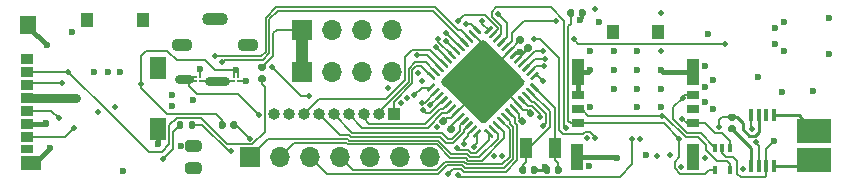
<source format=gbl>
G04 #@! TF.GenerationSoftware,KiCad,Pcbnew,(5.1.9)-1*
G04 #@! TF.CreationDate,2021-02-01T18:23:16+11:00*
G04 #@! TF.ProjectId,BoSLnano,426f534c-6e61-46e6-9f2e-6b696361645f,0.4.2*
G04 #@! TF.SameCoordinates,Original*
G04 #@! TF.FileFunction,Copper,L4,Bot*
G04 #@! TF.FilePolarity,Positive*
%FSLAX46Y46*%
G04 Gerber Fmt 4.6, Leading zero omitted, Abs format (unit mm)*
G04 Created by KiCad (PCBNEW (5.1.9)-1) date 2021-02-01 18:23:16*
%MOMM*%
%LPD*%
G01*
G04 APERTURE LIST*
G04 #@! TA.AperFunction,ComponentPad*
%ADD10O,2.200000X1.100000*%
G04 #@! TD*
G04 #@! TA.AperFunction,ComponentPad*
%ADD11O,1.800000X1.100000*%
G04 #@! TD*
G04 #@! TA.AperFunction,ComponentPad*
%ADD12O,1.000000X1.000000*%
G04 #@! TD*
G04 #@! TA.AperFunction,ComponentPad*
%ADD13R,1.000000X1.000000*%
G04 #@! TD*
G04 #@! TA.AperFunction,ComponentPad*
%ADD14O,1.700000X1.700000*%
G04 #@! TD*
G04 #@! TA.AperFunction,ComponentPad*
%ADD15R,1.700000X1.700000*%
G04 #@! TD*
G04 #@! TA.AperFunction,SMDPad,CuDef*
%ADD16C,0.200000*%
G04 #@! TD*
G04 #@! TA.AperFunction,SMDPad,CuDef*
%ADD17R,1.000000X1.800000*%
G04 #@! TD*
G04 #@! TA.AperFunction,SMDPad,CuDef*
%ADD18R,0.400000X0.650000*%
G04 #@! TD*
G04 #@! TA.AperFunction,SMDPad,CuDef*
%ADD19R,0.400000X1.100000*%
G04 #@! TD*
G04 #@! TA.AperFunction,SMDPad,CuDef*
%ADD20R,1.350000X1.900000*%
G04 #@! TD*
G04 #@! TA.AperFunction,SMDPad,CuDef*
%ADD21R,1.000000X1.200000*%
G04 #@! TD*
G04 #@! TA.AperFunction,SMDPad,CuDef*
%ADD22R,1.350000X1.550000*%
G04 #@! TD*
G04 #@! TA.AperFunction,SMDPad,CuDef*
%ADD23R,1.800000X1.170000*%
G04 #@! TD*
G04 #@! TA.AperFunction,SMDPad,CuDef*
%ADD24R,1.100000X0.750000*%
G04 #@! TD*
G04 #@! TA.AperFunction,SMDPad,CuDef*
%ADD25R,1.100000X0.850000*%
G04 #@! TD*
G04 #@! TA.AperFunction,ConnectorPad*
%ADD26R,1.000000X0.800000*%
G04 #@! TD*
G04 #@! TA.AperFunction,ConnectorPad*
%ADD27R,1.000000X2.300000*%
G04 #@! TD*
G04 #@! TA.AperFunction,ConnectorPad*
%ADD28R,1.100000X1.300000*%
G04 #@! TD*
G04 #@! TA.AperFunction,ComponentPad*
%ADD29R,3.000000X2.000000*%
G04 #@! TD*
G04 #@! TA.AperFunction,ViaPad*
%ADD30C,0.500000*%
G04 #@! TD*
G04 #@! TA.AperFunction,ViaPad*
%ADD31C,0.600000*%
G04 #@! TD*
G04 #@! TA.AperFunction,Conductor*
%ADD32C,0.160000*%
G04 #@! TD*
G04 #@! TA.AperFunction,Conductor*
%ADD33C,0.800000*%
G04 #@! TD*
G04 #@! TA.AperFunction,Conductor*
%ADD34C,1.000000*%
G04 #@! TD*
G04 #@! TA.AperFunction,Conductor*
%ADD35C,0.400000*%
G04 #@! TD*
G04 #@! TA.AperFunction,Conductor*
%ADD36C,0.220000*%
G04 #@! TD*
G04 #@! TA.AperFunction,Conductor*
%ADD37C,0.250000*%
G04 #@! TD*
G04 APERTURE END LIST*
D10*
X117200000Y-101325000D03*
D11*
X114400000Y-103475000D03*
X120000000Y-103475000D03*
D12*
X122200000Y-109390000D03*
X123470000Y-109390000D03*
X124740000Y-109390000D03*
X126010000Y-109390000D03*
X127280000Y-109390000D03*
X128550000Y-109390000D03*
X129820000Y-109390000D03*
X131090000Y-109390000D03*
D13*
X132360000Y-109390000D03*
D14*
X135445500Y-113030000D03*
X132905500Y-113030000D03*
X130365500Y-113030000D03*
X127825500Y-113030000D03*
X125285500Y-113030000D03*
X122745500Y-113030000D03*
D15*
X120205500Y-113030000D03*
D14*
X132220000Y-105800000D03*
X129680000Y-105800000D03*
X127140000Y-105800000D03*
D15*
X124600000Y-105800000D03*
X124600000Y-102200000D03*
D14*
X127140000Y-102200000D03*
X129680000Y-102200000D03*
X132220000Y-102200000D03*
G04 #@! TA.AperFunction,SMDPad,CuDef*
G36*
G01*
X114540000Y-110095000D02*
X114540000Y-110465000D01*
G75*
G02*
X114405000Y-110600000I-135000J0D01*
G01*
X114135000Y-110600000D01*
G75*
G02*
X114000000Y-110465000I0J135000D01*
G01*
X114000000Y-110095000D01*
G75*
G02*
X114135000Y-109960000I135000J0D01*
G01*
X114405000Y-109960000D01*
G75*
G02*
X114540000Y-110095000I0J-135000D01*
G01*
G37*
G04 #@! TD.AperFunction*
G04 #@! TA.AperFunction,SMDPad,CuDef*
G36*
G01*
X115560000Y-110095000D02*
X115560000Y-110465000D01*
G75*
G02*
X115425000Y-110600000I-135000J0D01*
G01*
X115155000Y-110600000D01*
G75*
G02*
X115020000Y-110465000I0J135000D01*
G01*
X115020000Y-110095000D01*
G75*
G02*
X115155000Y-109960000I135000J0D01*
G01*
X115425000Y-109960000D01*
G75*
G02*
X115560000Y-110095000I0J-135000D01*
G01*
G37*
G04 #@! TD.AperFunction*
D16*
X115625000Y-106575000D03*
X115975000Y-106575000D03*
X115625000Y-106225000D03*
X115975000Y-106225000D03*
X118825000Y-106225000D03*
X118825000Y-106575000D03*
X119175000Y-106225000D03*
X119175000Y-106575000D03*
D17*
X143550000Y-112200000D03*
X146050000Y-112200000D03*
D18*
X159550000Y-114100000D03*
X160850000Y-114100000D03*
X160200000Y-112200000D03*
X160850000Y-112200000D03*
X159550000Y-112200000D03*
D19*
X164575000Y-109450000D03*
X163925000Y-109450000D03*
X163275000Y-109450000D03*
X162625000Y-109450000D03*
X162625000Y-113750000D03*
X163275000Y-113750000D03*
X163925000Y-113750000D03*
X164575000Y-113750000D03*
G04 #@! TA.AperFunction,SMDPad,CuDef*
G36*
G01*
X144642640Y-105961864D02*
X144112310Y-106492194D01*
G75*
G02*
X144023922Y-106492194I-44194J44194D01*
G01*
X143935534Y-106403806D01*
G75*
G02*
X143935534Y-106315418I44194J44194D01*
G01*
X144465864Y-105785088D01*
G75*
G02*
X144554252Y-105785088I44194J-44194D01*
G01*
X144642640Y-105873476D01*
G75*
G02*
X144642640Y-105961864I-44194J-44194D01*
G01*
G37*
G04 #@! TD.AperFunction*
G04 #@! TA.AperFunction,SMDPad,CuDef*
G36*
G01*
X144289087Y-105608311D02*
X143758757Y-106138641D01*
G75*
G02*
X143670369Y-106138641I-44194J44194D01*
G01*
X143581981Y-106050253D01*
G75*
G02*
X143581981Y-105961865I44194J44194D01*
G01*
X144112311Y-105431535D01*
G75*
G02*
X144200699Y-105431535I44194J-44194D01*
G01*
X144289087Y-105519923D01*
G75*
G02*
X144289087Y-105608311I-44194J-44194D01*
G01*
G37*
G04 #@! TD.AperFunction*
G04 #@! TA.AperFunction,SMDPad,CuDef*
G36*
G01*
X143935533Y-105254757D02*
X143405203Y-105785087D01*
G75*
G02*
X143316815Y-105785087I-44194J44194D01*
G01*
X143228427Y-105696699D01*
G75*
G02*
X143228427Y-105608311I44194J44194D01*
G01*
X143758757Y-105077981D01*
G75*
G02*
X143847145Y-105077981I44194J-44194D01*
G01*
X143935533Y-105166369D01*
G75*
G02*
X143935533Y-105254757I-44194J-44194D01*
G01*
G37*
G04 #@! TD.AperFunction*
G04 #@! TA.AperFunction,SMDPad,CuDef*
G36*
G01*
X143581980Y-104901204D02*
X143051650Y-105431534D01*
G75*
G02*
X142963262Y-105431534I-44194J44194D01*
G01*
X142874874Y-105343146D01*
G75*
G02*
X142874874Y-105254758I44194J44194D01*
G01*
X143405204Y-104724428D01*
G75*
G02*
X143493592Y-104724428I44194J-44194D01*
G01*
X143581980Y-104812816D01*
G75*
G02*
X143581980Y-104901204I-44194J-44194D01*
G01*
G37*
G04 #@! TD.AperFunction*
G04 #@! TA.AperFunction,SMDPad,CuDef*
G36*
G01*
X143228427Y-104547651D02*
X142698097Y-105077981D01*
G75*
G02*
X142609709Y-105077981I-44194J44194D01*
G01*
X142521321Y-104989593D01*
G75*
G02*
X142521321Y-104901205I44194J44194D01*
G01*
X143051651Y-104370875D01*
G75*
G02*
X143140039Y-104370875I44194J-44194D01*
G01*
X143228427Y-104459263D01*
G75*
G02*
X143228427Y-104547651I-44194J-44194D01*
G01*
G37*
G04 #@! TD.AperFunction*
G04 #@! TA.AperFunction,SMDPad,CuDef*
G36*
G01*
X142874873Y-104194097D02*
X142344543Y-104724427D01*
G75*
G02*
X142256155Y-104724427I-44194J44194D01*
G01*
X142167767Y-104636039D01*
G75*
G02*
X142167767Y-104547651I44194J44194D01*
G01*
X142698097Y-104017321D01*
G75*
G02*
X142786485Y-104017321I44194J-44194D01*
G01*
X142874873Y-104105709D01*
G75*
G02*
X142874873Y-104194097I-44194J-44194D01*
G01*
G37*
G04 #@! TD.AperFunction*
G04 #@! TA.AperFunction,SMDPad,CuDef*
G36*
G01*
X142521320Y-103840544D02*
X141990990Y-104370874D01*
G75*
G02*
X141902602Y-104370874I-44194J44194D01*
G01*
X141814214Y-104282486D01*
G75*
G02*
X141814214Y-104194098I44194J44194D01*
G01*
X142344544Y-103663768D01*
G75*
G02*
X142432932Y-103663768I44194J-44194D01*
G01*
X142521320Y-103752156D01*
G75*
G02*
X142521320Y-103840544I-44194J-44194D01*
G01*
G37*
G04 #@! TD.AperFunction*
G04 #@! TA.AperFunction,SMDPad,CuDef*
G36*
G01*
X142167766Y-103486990D02*
X141637436Y-104017320D01*
G75*
G02*
X141549048Y-104017320I-44194J44194D01*
G01*
X141460660Y-103928932D01*
G75*
G02*
X141460660Y-103840544I44194J44194D01*
G01*
X141990990Y-103310214D01*
G75*
G02*
X142079378Y-103310214I44194J-44194D01*
G01*
X142167766Y-103398602D01*
G75*
G02*
X142167766Y-103486990I-44194J-44194D01*
G01*
G37*
G04 #@! TD.AperFunction*
G04 #@! TA.AperFunction,SMDPad,CuDef*
G36*
G01*
X141814213Y-103133437D02*
X141283883Y-103663767D01*
G75*
G02*
X141195495Y-103663767I-44194J44194D01*
G01*
X141107107Y-103575379D01*
G75*
G02*
X141107107Y-103486991I44194J44194D01*
G01*
X141637437Y-102956661D01*
G75*
G02*
X141725825Y-102956661I44194J-44194D01*
G01*
X141814213Y-103045049D01*
G75*
G02*
X141814213Y-103133437I-44194J-44194D01*
G01*
G37*
G04 #@! TD.AperFunction*
G04 #@! TA.AperFunction,SMDPad,CuDef*
G36*
G01*
X141460660Y-102779884D02*
X140930330Y-103310214D01*
G75*
G02*
X140841942Y-103310214I-44194J44194D01*
G01*
X140753554Y-103221826D01*
G75*
G02*
X140753554Y-103133438I44194J44194D01*
G01*
X141283884Y-102603108D01*
G75*
G02*
X141372272Y-102603108I44194J-44194D01*
G01*
X141460660Y-102691496D01*
G75*
G02*
X141460660Y-102779884I-44194J-44194D01*
G01*
G37*
G04 #@! TD.AperFunction*
G04 #@! TA.AperFunction,SMDPad,CuDef*
G36*
G01*
X141107106Y-102426330D02*
X140576776Y-102956660D01*
G75*
G02*
X140488388Y-102956660I-44194J44194D01*
G01*
X140400000Y-102868272D01*
G75*
G02*
X140400000Y-102779884I44194J44194D01*
G01*
X140930330Y-102249554D01*
G75*
G02*
X141018718Y-102249554I44194J-44194D01*
G01*
X141107106Y-102337942D01*
G75*
G02*
X141107106Y-102426330I-44194J-44194D01*
G01*
G37*
G04 #@! TD.AperFunction*
G04 #@! TA.AperFunction,SMDPad,CuDef*
G36*
G01*
X140753553Y-102072777D02*
X140223223Y-102603107D01*
G75*
G02*
X140134835Y-102603107I-44194J44194D01*
G01*
X140046447Y-102514719D01*
G75*
G02*
X140046447Y-102426331I44194J44194D01*
G01*
X140576777Y-101896001D01*
G75*
G02*
X140665165Y-101896001I44194J-44194D01*
G01*
X140753553Y-101984389D01*
G75*
G02*
X140753553Y-102072777I-44194J-44194D01*
G01*
G37*
G04 #@! TD.AperFunction*
G04 #@! TA.AperFunction,SMDPad,CuDef*
G36*
G01*
X139781281Y-102514719D02*
X139692893Y-102603107D01*
G75*
G02*
X139604505Y-102603107I-44194J44194D01*
G01*
X139074175Y-102072777D01*
G75*
G02*
X139074175Y-101984389I44194J44194D01*
G01*
X139162563Y-101896001D01*
G75*
G02*
X139250951Y-101896001I44194J-44194D01*
G01*
X139781281Y-102426331D01*
G75*
G02*
X139781281Y-102514719I-44194J-44194D01*
G01*
G37*
G04 #@! TD.AperFunction*
G04 #@! TA.AperFunction,SMDPad,CuDef*
G36*
G01*
X139427728Y-102868272D02*
X139339340Y-102956660D01*
G75*
G02*
X139250952Y-102956660I-44194J44194D01*
G01*
X138720622Y-102426330D01*
G75*
G02*
X138720622Y-102337942I44194J44194D01*
G01*
X138809010Y-102249554D01*
G75*
G02*
X138897398Y-102249554I44194J-44194D01*
G01*
X139427728Y-102779884D01*
G75*
G02*
X139427728Y-102868272I-44194J-44194D01*
G01*
G37*
G04 #@! TD.AperFunction*
G04 #@! TA.AperFunction,SMDPad,CuDef*
G36*
G01*
X139074174Y-103221826D02*
X138985786Y-103310214D01*
G75*
G02*
X138897398Y-103310214I-44194J44194D01*
G01*
X138367068Y-102779884D01*
G75*
G02*
X138367068Y-102691496I44194J44194D01*
G01*
X138455456Y-102603108D01*
G75*
G02*
X138543844Y-102603108I44194J-44194D01*
G01*
X139074174Y-103133438D01*
G75*
G02*
X139074174Y-103221826I-44194J-44194D01*
G01*
G37*
G04 #@! TD.AperFunction*
G04 #@! TA.AperFunction,SMDPad,CuDef*
G36*
G01*
X138720621Y-103575379D02*
X138632233Y-103663767D01*
G75*
G02*
X138543845Y-103663767I-44194J44194D01*
G01*
X138013515Y-103133437D01*
G75*
G02*
X138013515Y-103045049I44194J44194D01*
G01*
X138101903Y-102956661D01*
G75*
G02*
X138190291Y-102956661I44194J-44194D01*
G01*
X138720621Y-103486991D01*
G75*
G02*
X138720621Y-103575379I-44194J-44194D01*
G01*
G37*
G04 #@! TD.AperFunction*
G04 #@! TA.AperFunction,SMDPad,CuDef*
G36*
G01*
X138367068Y-103928932D02*
X138278680Y-104017320D01*
G75*
G02*
X138190292Y-104017320I-44194J44194D01*
G01*
X137659962Y-103486990D01*
G75*
G02*
X137659962Y-103398602I44194J44194D01*
G01*
X137748350Y-103310214D01*
G75*
G02*
X137836738Y-103310214I44194J-44194D01*
G01*
X138367068Y-103840544D01*
G75*
G02*
X138367068Y-103928932I-44194J-44194D01*
G01*
G37*
G04 #@! TD.AperFunction*
G04 #@! TA.AperFunction,SMDPad,CuDef*
G36*
G01*
X138013514Y-104282486D02*
X137925126Y-104370874D01*
G75*
G02*
X137836738Y-104370874I-44194J44194D01*
G01*
X137306408Y-103840544D01*
G75*
G02*
X137306408Y-103752156I44194J44194D01*
G01*
X137394796Y-103663768D01*
G75*
G02*
X137483184Y-103663768I44194J-44194D01*
G01*
X138013514Y-104194098D01*
G75*
G02*
X138013514Y-104282486I-44194J-44194D01*
G01*
G37*
G04 #@! TD.AperFunction*
G04 #@! TA.AperFunction,SMDPad,CuDef*
G36*
G01*
X137659961Y-104636039D02*
X137571573Y-104724427D01*
G75*
G02*
X137483185Y-104724427I-44194J44194D01*
G01*
X136952855Y-104194097D01*
G75*
G02*
X136952855Y-104105709I44194J44194D01*
G01*
X137041243Y-104017321D01*
G75*
G02*
X137129631Y-104017321I44194J-44194D01*
G01*
X137659961Y-104547651D01*
G75*
G02*
X137659961Y-104636039I-44194J-44194D01*
G01*
G37*
G04 #@! TD.AperFunction*
G04 #@! TA.AperFunction,SMDPad,CuDef*
G36*
G01*
X137306407Y-104989593D02*
X137218019Y-105077981D01*
G75*
G02*
X137129631Y-105077981I-44194J44194D01*
G01*
X136599301Y-104547651D01*
G75*
G02*
X136599301Y-104459263I44194J44194D01*
G01*
X136687689Y-104370875D01*
G75*
G02*
X136776077Y-104370875I44194J-44194D01*
G01*
X137306407Y-104901205D01*
G75*
G02*
X137306407Y-104989593I-44194J-44194D01*
G01*
G37*
G04 #@! TD.AperFunction*
G04 #@! TA.AperFunction,SMDPad,CuDef*
G36*
G01*
X136952854Y-105343146D02*
X136864466Y-105431534D01*
G75*
G02*
X136776078Y-105431534I-44194J44194D01*
G01*
X136245748Y-104901204D01*
G75*
G02*
X136245748Y-104812816I44194J44194D01*
G01*
X136334136Y-104724428D01*
G75*
G02*
X136422524Y-104724428I44194J-44194D01*
G01*
X136952854Y-105254758D01*
G75*
G02*
X136952854Y-105343146I-44194J-44194D01*
G01*
G37*
G04 #@! TD.AperFunction*
G04 #@! TA.AperFunction,SMDPad,CuDef*
G36*
G01*
X136599301Y-105696699D02*
X136510913Y-105785087D01*
G75*
G02*
X136422525Y-105785087I-44194J44194D01*
G01*
X135892195Y-105254757D01*
G75*
G02*
X135892195Y-105166369I44194J44194D01*
G01*
X135980583Y-105077981D01*
G75*
G02*
X136068971Y-105077981I44194J-44194D01*
G01*
X136599301Y-105608311D01*
G75*
G02*
X136599301Y-105696699I-44194J-44194D01*
G01*
G37*
G04 #@! TD.AperFunction*
G04 #@! TA.AperFunction,SMDPad,CuDef*
G36*
G01*
X136245747Y-106050253D02*
X136157359Y-106138641D01*
G75*
G02*
X136068971Y-106138641I-44194J44194D01*
G01*
X135538641Y-105608311D01*
G75*
G02*
X135538641Y-105519923I44194J44194D01*
G01*
X135627029Y-105431535D01*
G75*
G02*
X135715417Y-105431535I44194J-44194D01*
G01*
X136245747Y-105961865D01*
G75*
G02*
X136245747Y-106050253I-44194J-44194D01*
G01*
G37*
G04 #@! TD.AperFunction*
G04 #@! TA.AperFunction,SMDPad,CuDef*
G36*
G01*
X135892194Y-106403806D02*
X135803806Y-106492194D01*
G75*
G02*
X135715418Y-106492194I-44194J44194D01*
G01*
X135185088Y-105961864D01*
G75*
G02*
X135185088Y-105873476I44194J44194D01*
G01*
X135273476Y-105785088D01*
G75*
G02*
X135361864Y-105785088I44194J-44194D01*
G01*
X135892194Y-106315418D01*
G75*
G02*
X135892194Y-106403806I-44194J-44194D01*
G01*
G37*
G04 #@! TD.AperFunction*
G04 #@! TA.AperFunction,SMDPad,CuDef*
G36*
G01*
X135892194Y-106934136D02*
X135361864Y-107464466D01*
G75*
G02*
X135273476Y-107464466I-44194J44194D01*
G01*
X135185088Y-107376078D01*
G75*
G02*
X135185088Y-107287690I44194J44194D01*
G01*
X135715418Y-106757360D01*
G75*
G02*
X135803806Y-106757360I44194J-44194D01*
G01*
X135892194Y-106845748D01*
G75*
G02*
X135892194Y-106934136I-44194J-44194D01*
G01*
G37*
G04 #@! TD.AperFunction*
G04 #@! TA.AperFunction,SMDPad,CuDef*
G36*
G01*
X136245747Y-107287689D02*
X135715417Y-107818019D01*
G75*
G02*
X135627029Y-107818019I-44194J44194D01*
G01*
X135538641Y-107729631D01*
G75*
G02*
X135538641Y-107641243I44194J44194D01*
G01*
X136068971Y-107110913D01*
G75*
G02*
X136157359Y-107110913I44194J-44194D01*
G01*
X136245747Y-107199301D01*
G75*
G02*
X136245747Y-107287689I-44194J-44194D01*
G01*
G37*
G04 #@! TD.AperFunction*
G04 #@! TA.AperFunction,SMDPad,CuDef*
G36*
G01*
X136599301Y-107641243D02*
X136068971Y-108171573D01*
G75*
G02*
X135980583Y-108171573I-44194J44194D01*
G01*
X135892195Y-108083185D01*
G75*
G02*
X135892195Y-107994797I44194J44194D01*
G01*
X136422525Y-107464467D01*
G75*
G02*
X136510913Y-107464467I44194J-44194D01*
G01*
X136599301Y-107552855D01*
G75*
G02*
X136599301Y-107641243I-44194J-44194D01*
G01*
G37*
G04 #@! TD.AperFunction*
G04 #@! TA.AperFunction,SMDPad,CuDef*
G36*
G01*
X136952854Y-107994796D02*
X136422524Y-108525126D01*
G75*
G02*
X136334136Y-108525126I-44194J44194D01*
G01*
X136245748Y-108436738D01*
G75*
G02*
X136245748Y-108348350I44194J44194D01*
G01*
X136776078Y-107818020D01*
G75*
G02*
X136864466Y-107818020I44194J-44194D01*
G01*
X136952854Y-107906408D01*
G75*
G02*
X136952854Y-107994796I-44194J-44194D01*
G01*
G37*
G04 #@! TD.AperFunction*
G04 #@! TA.AperFunction,SMDPad,CuDef*
G36*
G01*
X137306407Y-108348349D02*
X136776077Y-108878679D01*
G75*
G02*
X136687689Y-108878679I-44194J44194D01*
G01*
X136599301Y-108790291D01*
G75*
G02*
X136599301Y-108701903I44194J44194D01*
G01*
X137129631Y-108171573D01*
G75*
G02*
X137218019Y-108171573I44194J-44194D01*
G01*
X137306407Y-108259961D01*
G75*
G02*
X137306407Y-108348349I-44194J-44194D01*
G01*
G37*
G04 #@! TD.AperFunction*
G04 #@! TA.AperFunction,SMDPad,CuDef*
G36*
G01*
X137659961Y-108701903D02*
X137129631Y-109232233D01*
G75*
G02*
X137041243Y-109232233I-44194J44194D01*
G01*
X136952855Y-109143845D01*
G75*
G02*
X136952855Y-109055457I44194J44194D01*
G01*
X137483185Y-108525127D01*
G75*
G02*
X137571573Y-108525127I44194J-44194D01*
G01*
X137659961Y-108613515D01*
G75*
G02*
X137659961Y-108701903I-44194J-44194D01*
G01*
G37*
G04 #@! TD.AperFunction*
G04 #@! TA.AperFunction,SMDPad,CuDef*
G36*
G01*
X138013514Y-109055456D02*
X137483184Y-109585786D01*
G75*
G02*
X137394796Y-109585786I-44194J44194D01*
G01*
X137306408Y-109497398D01*
G75*
G02*
X137306408Y-109409010I44194J44194D01*
G01*
X137836738Y-108878680D01*
G75*
G02*
X137925126Y-108878680I44194J-44194D01*
G01*
X138013514Y-108967068D01*
G75*
G02*
X138013514Y-109055456I-44194J-44194D01*
G01*
G37*
G04 #@! TD.AperFunction*
G04 #@! TA.AperFunction,SMDPad,CuDef*
G36*
G01*
X138367068Y-109409010D02*
X137836738Y-109939340D01*
G75*
G02*
X137748350Y-109939340I-44194J44194D01*
G01*
X137659962Y-109850952D01*
G75*
G02*
X137659962Y-109762564I44194J44194D01*
G01*
X138190292Y-109232234D01*
G75*
G02*
X138278680Y-109232234I44194J-44194D01*
G01*
X138367068Y-109320622D01*
G75*
G02*
X138367068Y-109409010I-44194J-44194D01*
G01*
G37*
G04 #@! TD.AperFunction*
G04 #@! TA.AperFunction,SMDPad,CuDef*
G36*
G01*
X138720621Y-109762563D02*
X138190291Y-110292893D01*
G75*
G02*
X138101903Y-110292893I-44194J44194D01*
G01*
X138013515Y-110204505D01*
G75*
G02*
X138013515Y-110116117I44194J44194D01*
G01*
X138543845Y-109585787D01*
G75*
G02*
X138632233Y-109585787I44194J-44194D01*
G01*
X138720621Y-109674175D01*
G75*
G02*
X138720621Y-109762563I-44194J-44194D01*
G01*
G37*
G04 #@! TD.AperFunction*
G04 #@! TA.AperFunction,SMDPad,CuDef*
G36*
G01*
X139074174Y-110116116D02*
X138543844Y-110646446D01*
G75*
G02*
X138455456Y-110646446I-44194J44194D01*
G01*
X138367068Y-110558058D01*
G75*
G02*
X138367068Y-110469670I44194J44194D01*
G01*
X138897398Y-109939340D01*
G75*
G02*
X138985786Y-109939340I44194J-44194D01*
G01*
X139074174Y-110027728D01*
G75*
G02*
X139074174Y-110116116I-44194J-44194D01*
G01*
G37*
G04 #@! TD.AperFunction*
G04 #@! TA.AperFunction,SMDPad,CuDef*
G36*
G01*
X139427728Y-110469670D02*
X138897398Y-111000000D01*
G75*
G02*
X138809010Y-111000000I-44194J44194D01*
G01*
X138720622Y-110911612D01*
G75*
G02*
X138720622Y-110823224I44194J44194D01*
G01*
X139250952Y-110292894D01*
G75*
G02*
X139339340Y-110292894I44194J-44194D01*
G01*
X139427728Y-110381282D01*
G75*
G02*
X139427728Y-110469670I-44194J-44194D01*
G01*
G37*
G04 #@! TD.AperFunction*
G04 #@! TA.AperFunction,SMDPad,CuDef*
G36*
G01*
X139781281Y-110823223D02*
X139250951Y-111353553D01*
G75*
G02*
X139162563Y-111353553I-44194J44194D01*
G01*
X139074175Y-111265165D01*
G75*
G02*
X139074175Y-111176777I44194J44194D01*
G01*
X139604505Y-110646447D01*
G75*
G02*
X139692893Y-110646447I44194J-44194D01*
G01*
X139781281Y-110734835D01*
G75*
G02*
X139781281Y-110823223I-44194J-44194D01*
G01*
G37*
G04 #@! TD.AperFunction*
G04 #@! TA.AperFunction,SMDPad,CuDef*
G36*
G01*
X140753553Y-111265165D02*
X140665165Y-111353553D01*
G75*
G02*
X140576777Y-111353553I-44194J44194D01*
G01*
X140046447Y-110823223D01*
G75*
G02*
X140046447Y-110734835I44194J44194D01*
G01*
X140134835Y-110646447D01*
G75*
G02*
X140223223Y-110646447I44194J-44194D01*
G01*
X140753553Y-111176777D01*
G75*
G02*
X140753553Y-111265165I-44194J-44194D01*
G01*
G37*
G04 #@! TD.AperFunction*
G04 #@! TA.AperFunction,SMDPad,CuDef*
G36*
G01*
X141107106Y-110911612D02*
X141018718Y-111000000D01*
G75*
G02*
X140930330Y-111000000I-44194J44194D01*
G01*
X140400000Y-110469670D01*
G75*
G02*
X140400000Y-110381282I44194J44194D01*
G01*
X140488388Y-110292894D01*
G75*
G02*
X140576776Y-110292894I44194J-44194D01*
G01*
X141107106Y-110823224D01*
G75*
G02*
X141107106Y-110911612I-44194J-44194D01*
G01*
G37*
G04 #@! TD.AperFunction*
G04 #@! TA.AperFunction,SMDPad,CuDef*
G36*
G01*
X141460660Y-110558058D02*
X141372272Y-110646446D01*
G75*
G02*
X141283884Y-110646446I-44194J44194D01*
G01*
X140753554Y-110116116D01*
G75*
G02*
X140753554Y-110027728I44194J44194D01*
G01*
X140841942Y-109939340D01*
G75*
G02*
X140930330Y-109939340I44194J-44194D01*
G01*
X141460660Y-110469670D01*
G75*
G02*
X141460660Y-110558058I-44194J-44194D01*
G01*
G37*
G04 #@! TD.AperFunction*
G04 #@! TA.AperFunction,SMDPad,CuDef*
G36*
G01*
X141814213Y-110204505D02*
X141725825Y-110292893D01*
G75*
G02*
X141637437Y-110292893I-44194J44194D01*
G01*
X141107107Y-109762563D01*
G75*
G02*
X141107107Y-109674175I44194J44194D01*
G01*
X141195495Y-109585787D01*
G75*
G02*
X141283883Y-109585787I44194J-44194D01*
G01*
X141814213Y-110116117D01*
G75*
G02*
X141814213Y-110204505I-44194J-44194D01*
G01*
G37*
G04 #@! TD.AperFunction*
G04 #@! TA.AperFunction,SMDPad,CuDef*
G36*
G01*
X142167766Y-109850952D02*
X142079378Y-109939340D01*
G75*
G02*
X141990990Y-109939340I-44194J44194D01*
G01*
X141460660Y-109409010D01*
G75*
G02*
X141460660Y-109320622I44194J44194D01*
G01*
X141549048Y-109232234D01*
G75*
G02*
X141637436Y-109232234I44194J-44194D01*
G01*
X142167766Y-109762564D01*
G75*
G02*
X142167766Y-109850952I-44194J-44194D01*
G01*
G37*
G04 #@! TD.AperFunction*
G04 #@! TA.AperFunction,SMDPad,CuDef*
G36*
G01*
X142521320Y-109497398D02*
X142432932Y-109585786D01*
G75*
G02*
X142344544Y-109585786I-44194J44194D01*
G01*
X141814214Y-109055456D01*
G75*
G02*
X141814214Y-108967068I44194J44194D01*
G01*
X141902602Y-108878680D01*
G75*
G02*
X141990990Y-108878680I44194J-44194D01*
G01*
X142521320Y-109409010D01*
G75*
G02*
X142521320Y-109497398I-44194J-44194D01*
G01*
G37*
G04 #@! TD.AperFunction*
G04 #@! TA.AperFunction,SMDPad,CuDef*
G36*
G01*
X142874873Y-109143845D02*
X142786485Y-109232233D01*
G75*
G02*
X142698097Y-109232233I-44194J44194D01*
G01*
X142167767Y-108701903D01*
G75*
G02*
X142167767Y-108613515I44194J44194D01*
G01*
X142256155Y-108525127D01*
G75*
G02*
X142344543Y-108525127I44194J-44194D01*
G01*
X142874873Y-109055457D01*
G75*
G02*
X142874873Y-109143845I-44194J-44194D01*
G01*
G37*
G04 #@! TD.AperFunction*
G04 #@! TA.AperFunction,SMDPad,CuDef*
G36*
G01*
X143228427Y-108790291D02*
X143140039Y-108878679D01*
G75*
G02*
X143051651Y-108878679I-44194J44194D01*
G01*
X142521321Y-108348349D01*
G75*
G02*
X142521321Y-108259961I44194J44194D01*
G01*
X142609709Y-108171573D01*
G75*
G02*
X142698097Y-108171573I44194J-44194D01*
G01*
X143228427Y-108701903D01*
G75*
G02*
X143228427Y-108790291I-44194J-44194D01*
G01*
G37*
G04 #@! TD.AperFunction*
G04 #@! TA.AperFunction,SMDPad,CuDef*
G36*
G01*
X143581980Y-108436738D02*
X143493592Y-108525126D01*
G75*
G02*
X143405204Y-108525126I-44194J44194D01*
G01*
X142874874Y-107994796D01*
G75*
G02*
X142874874Y-107906408I44194J44194D01*
G01*
X142963262Y-107818020D01*
G75*
G02*
X143051650Y-107818020I44194J-44194D01*
G01*
X143581980Y-108348350D01*
G75*
G02*
X143581980Y-108436738I-44194J-44194D01*
G01*
G37*
G04 #@! TD.AperFunction*
G04 #@! TA.AperFunction,SMDPad,CuDef*
G36*
G01*
X143935533Y-108083185D02*
X143847145Y-108171573D01*
G75*
G02*
X143758757Y-108171573I-44194J44194D01*
G01*
X143228427Y-107641243D01*
G75*
G02*
X143228427Y-107552855I44194J44194D01*
G01*
X143316815Y-107464467D01*
G75*
G02*
X143405203Y-107464467I44194J-44194D01*
G01*
X143935533Y-107994797D01*
G75*
G02*
X143935533Y-108083185I-44194J-44194D01*
G01*
G37*
G04 #@! TD.AperFunction*
G04 #@! TA.AperFunction,SMDPad,CuDef*
G36*
G01*
X144289087Y-107729631D02*
X144200699Y-107818019D01*
G75*
G02*
X144112311Y-107818019I-44194J44194D01*
G01*
X143581981Y-107287689D01*
G75*
G02*
X143581981Y-107199301I44194J44194D01*
G01*
X143670369Y-107110913D01*
G75*
G02*
X143758757Y-107110913I44194J-44194D01*
G01*
X144289087Y-107641243D01*
G75*
G02*
X144289087Y-107729631I-44194J-44194D01*
G01*
G37*
G04 #@! TD.AperFunction*
G04 #@! TA.AperFunction,SMDPad,CuDef*
G36*
G01*
X144642640Y-107376078D02*
X144554252Y-107464466D01*
G75*
G02*
X144465864Y-107464466I-44194J44194D01*
G01*
X143935534Y-106934136D01*
G75*
G02*
X143935534Y-106845748I44194J44194D01*
G01*
X144023922Y-106757360D01*
G75*
G02*
X144112310Y-106757360I44194J-44194D01*
G01*
X144642640Y-107287690D01*
G75*
G02*
X144642640Y-107376078I-44194J-44194D01*
G01*
G37*
G04 #@! TD.AperFunction*
G04 #@! TA.AperFunction,SMDPad,CuDef*
G36*
G01*
X143377025Y-106803215D02*
X140092302Y-110087938D01*
G75*
G02*
X139735426Y-110087938I-178438J178438D01*
G01*
X136450703Y-106803215D01*
G75*
G02*
X136450703Y-106446339I178438J178438D01*
G01*
X139735426Y-103161616D01*
G75*
G02*
X140092302Y-103161616I178438J-178438D01*
G01*
X143377025Y-106446339D01*
G75*
G02*
X143377025Y-106803215I-178438J-178438D01*
G01*
G37*
G04 #@! TD.AperFunction*
G04 #@! TA.AperFunction,SMDPad,CuDef*
G36*
G01*
X118525000Y-110462500D02*
X118525000Y-110117500D01*
G75*
G02*
X118672500Y-109970000I147500J0D01*
G01*
X118967500Y-109970000D01*
G75*
G02*
X119115000Y-110117500I0J-147500D01*
G01*
X119115000Y-110462500D01*
G75*
G02*
X118967500Y-110610000I-147500J0D01*
G01*
X118672500Y-110610000D01*
G75*
G02*
X118525000Y-110462500I0J147500D01*
G01*
G37*
G04 #@! TD.AperFunction*
G04 #@! TA.AperFunction,SMDPad,CuDef*
G36*
G01*
X117555000Y-110462500D02*
X117555000Y-110117500D01*
G75*
G02*
X117702500Y-109970000I147500J0D01*
G01*
X117997500Y-109970000D01*
G75*
G02*
X118145000Y-110117500I0J-147500D01*
G01*
X118145000Y-110462500D01*
G75*
G02*
X117997500Y-110610000I-147500J0D01*
G01*
X117702500Y-110610000D01*
G75*
G02*
X117555000Y-110462500I0J147500D01*
G01*
G37*
G04 #@! TD.AperFunction*
G04 #@! TA.AperFunction,SMDPad,CuDef*
G36*
G01*
X160827500Y-110305000D02*
X161172500Y-110305000D01*
G75*
G02*
X161320000Y-110452500I0J-147500D01*
G01*
X161320000Y-110747500D01*
G75*
G02*
X161172500Y-110895000I-147500J0D01*
G01*
X160827500Y-110895000D01*
G75*
G02*
X160680000Y-110747500I0J147500D01*
G01*
X160680000Y-110452500D01*
G75*
G02*
X160827500Y-110305000I147500J0D01*
G01*
G37*
G04 #@! TD.AperFunction*
G04 #@! TA.AperFunction,SMDPad,CuDef*
G36*
G01*
X160827500Y-109335000D02*
X161172500Y-109335000D01*
G75*
G02*
X161320000Y-109482500I0J-147500D01*
G01*
X161320000Y-109777500D01*
G75*
G02*
X161172500Y-109925000I-147500J0D01*
G01*
X160827500Y-109925000D01*
G75*
G02*
X160680000Y-109777500I0J147500D01*
G01*
X160680000Y-109482500D01*
G75*
G02*
X160827500Y-109335000I147500J0D01*
G01*
G37*
G04 #@! TD.AperFunction*
G04 #@! TA.AperFunction,SMDPad,CuDef*
G36*
G01*
X121027500Y-106075000D02*
X121372500Y-106075000D01*
G75*
G02*
X121520000Y-106222500I0J-147500D01*
G01*
X121520000Y-106517500D01*
G75*
G02*
X121372500Y-106665000I-147500J0D01*
G01*
X121027500Y-106665000D01*
G75*
G02*
X120880000Y-106517500I0J147500D01*
G01*
X120880000Y-106222500D01*
G75*
G02*
X121027500Y-106075000I147500J0D01*
G01*
G37*
G04 #@! TD.AperFunction*
G04 #@! TA.AperFunction,SMDPad,CuDef*
G36*
G01*
X121027500Y-105105000D02*
X121372500Y-105105000D01*
G75*
G02*
X121520000Y-105252500I0J-147500D01*
G01*
X121520000Y-105547500D01*
G75*
G02*
X121372500Y-105695000I-147500J0D01*
G01*
X121027500Y-105695000D01*
G75*
G02*
X120880000Y-105547500I0J147500D01*
G01*
X120880000Y-105252500D01*
G75*
G02*
X121027500Y-105105000I147500J0D01*
G01*
G37*
G04 #@! TD.AperFunction*
D20*
X112400000Y-110580000D03*
X112400000Y-105460000D03*
D21*
X111100000Y-101400000D03*
X106400000Y-101400000D03*
D22*
X101425000Y-101785000D03*
D23*
X101650000Y-113525000D03*
D24*
X101300000Y-112325000D03*
D25*
X101300000Y-111275000D03*
X101300000Y-110175000D03*
X101300000Y-109075000D03*
X101300000Y-107975000D03*
X101300000Y-106875000D03*
X101300000Y-105775000D03*
X101300000Y-104675000D03*
D26*
X157700000Y-107750000D03*
D27*
X157700000Y-113000000D03*
X157700000Y-105800000D03*
D28*
X154705000Y-102435000D03*
X150895000Y-102435000D03*
D27*
X148000000Y-105800000D03*
X147900000Y-113000000D03*
D26*
X157700000Y-110150000D03*
X157700000Y-108950000D03*
X148000000Y-107750000D03*
X148000000Y-108950000D03*
X148000000Y-110150000D03*
G04 #@! TA.AperFunction,SMDPad,CuDef*
G36*
G01*
X147645000Y-100637500D02*
X147645000Y-100982500D01*
G75*
G02*
X147497500Y-101130000I-147500J0D01*
G01*
X147202500Y-101130000D01*
G75*
G02*
X147055000Y-100982500I0J147500D01*
G01*
X147055000Y-100637500D01*
G75*
G02*
X147202500Y-100490000I147500J0D01*
G01*
X147497500Y-100490000D01*
G75*
G02*
X147645000Y-100637500I0J-147500D01*
G01*
G37*
G04 #@! TD.AperFunction*
G04 #@! TA.AperFunction,SMDPad,CuDef*
G36*
G01*
X148615000Y-100637500D02*
X148615000Y-100982500D01*
G75*
G02*
X148467500Y-101130000I-147500J0D01*
G01*
X148172500Y-101130000D01*
G75*
G02*
X148025000Y-100982500I0J147500D01*
G01*
X148025000Y-100637500D01*
G75*
G02*
X148172500Y-100490000I147500J0D01*
G01*
X148467500Y-100490000D01*
G75*
G02*
X148615000Y-100637500I0J-147500D01*
G01*
G37*
G04 #@! TD.AperFunction*
G04 #@! TA.AperFunction,SMDPad,CuDef*
G36*
G01*
X143343673Y-109612375D02*
X143587625Y-109856327D01*
G75*
G02*
X143587625Y-110064923I-104298J-104298D01*
G01*
X143379029Y-110273519D01*
G75*
G02*
X143170433Y-110273519I-104298J104298D01*
G01*
X142926481Y-110029567D01*
G75*
G02*
X142926481Y-109820971I104298J104298D01*
G01*
X143135077Y-109612375D01*
G75*
G02*
X143343673Y-109612375I104298J-104298D01*
G01*
G37*
G04 #@! TD.AperFunction*
G04 #@! TA.AperFunction,SMDPad,CuDef*
G36*
G01*
X144029567Y-108926481D02*
X144273519Y-109170433D01*
G75*
G02*
X144273519Y-109379029I-104298J-104298D01*
G01*
X144064923Y-109587625D01*
G75*
G02*
X143856327Y-109587625I-104298J104298D01*
G01*
X143612375Y-109343673D01*
G75*
G02*
X143612375Y-109135077I104298J104298D01*
G01*
X143820971Y-108926481D01*
G75*
G02*
X144029567Y-108926481I104298J-104298D01*
G01*
G37*
G04 #@! TD.AperFunction*
G04 #@! TA.AperFunction,SMDPad,CuDef*
G36*
G01*
X143387625Y-103143673D02*
X143143673Y-103387625D01*
G75*
G02*
X142935077Y-103387625I-104298J104298D01*
G01*
X142726481Y-103179029D01*
G75*
G02*
X142726481Y-102970433I104298J104298D01*
G01*
X142970433Y-102726481D01*
G75*
G02*
X143179029Y-102726481I104298J-104298D01*
G01*
X143387625Y-102935077D01*
G75*
G02*
X143387625Y-103143673I-104298J-104298D01*
G01*
G37*
G04 #@! TD.AperFunction*
G04 #@! TA.AperFunction,SMDPad,CuDef*
G36*
G01*
X144073519Y-103829567D02*
X143829567Y-104073519D01*
G75*
G02*
X143620971Y-104073519I-104298J104298D01*
G01*
X143412375Y-103864923D01*
G75*
G02*
X143412375Y-103656327I104298J104298D01*
G01*
X143656327Y-103412375D01*
G75*
G02*
X143864923Y-103412375I104298J-104298D01*
G01*
X144073519Y-103620971D01*
G75*
G02*
X144073519Y-103829567I-104298J-104298D01*
G01*
G37*
G04 #@! TD.AperFunction*
G04 #@! TA.AperFunction,SMDPad,CuDef*
G36*
G01*
X136887625Y-110043673D02*
X136643673Y-110287625D01*
G75*
G02*
X136435077Y-110287625I-104298J104298D01*
G01*
X136226481Y-110079029D01*
G75*
G02*
X136226481Y-109870433I104298J104298D01*
G01*
X136470433Y-109626481D01*
G75*
G02*
X136679029Y-109626481I104298J-104298D01*
G01*
X136887625Y-109835077D01*
G75*
G02*
X136887625Y-110043673I-104298J-104298D01*
G01*
G37*
G04 #@! TD.AperFunction*
G04 #@! TA.AperFunction,SMDPad,CuDef*
G36*
G01*
X137573519Y-110729567D02*
X137329567Y-110973519D01*
G75*
G02*
X137120971Y-110973519I-104298J104298D01*
G01*
X136912375Y-110764923D01*
G75*
G02*
X136912375Y-110556327I104298J104298D01*
G01*
X137156327Y-110312375D01*
G75*
G02*
X137364923Y-110312375I104298J-104298D01*
G01*
X137573519Y-110520971D01*
G75*
G02*
X137573519Y-110729567I-104298J-104298D01*
G01*
G37*
G04 #@! TD.AperFunction*
G04 #@! TA.AperFunction,SMDPad,CuDef*
G36*
G01*
X143595000Y-113927500D02*
X143595000Y-114272500D01*
G75*
G02*
X143447500Y-114420000I-147500J0D01*
G01*
X143152500Y-114420000D01*
G75*
G02*
X143005000Y-114272500I0J147500D01*
G01*
X143005000Y-113927500D01*
G75*
G02*
X143152500Y-113780000I147500J0D01*
G01*
X143447500Y-113780000D01*
G75*
G02*
X143595000Y-113927500I0J-147500D01*
G01*
G37*
G04 #@! TD.AperFunction*
G04 #@! TA.AperFunction,SMDPad,CuDef*
G36*
G01*
X144565000Y-113927500D02*
X144565000Y-114272500D01*
G75*
G02*
X144417500Y-114420000I-147500J0D01*
G01*
X144122500Y-114420000D01*
G75*
G02*
X143975000Y-114272500I0J147500D01*
G01*
X143975000Y-113927500D01*
G75*
G02*
X144122500Y-113780000I147500J0D01*
G01*
X144417500Y-113780000D01*
G75*
G02*
X144565000Y-113927500I0J-147500D01*
G01*
G37*
G04 #@! TD.AperFunction*
G04 #@! TA.AperFunction,SMDPad,CuDef*
G36*
G01*
X145625000Y-113927500D02*
X145625000Y-114272500D01*
G75*
G02*
X145477500Y-114420000I-147500J0D01*
G01*
X145182500Y-114420000D01*
G75*
G02*
X145035000Y-114272500I0J147500D01*
G01*
X145035000Y-113927500D01*
G75*
G02*
X145182500Y-113780000I147500J0D01*
G01*
X145477500Y-113780000D01*
G75*
G02*
X145625000Y-113927500I0J-147500D01*
G01*
G37*
G04 #@! TD.AperFunction*
G04 #@! TA.AperFunction,SMDPad,CuDef*
G36*
G01*
X146595000Y-113927500D02*
X146595000Y-114272500D01*
G75*
G02*
X146447500Y-114420000I-147500J0D01*
G01*
X146152500Y-114420000D01*
G75*
G02*
X146005000Y-114272500I0J147500D01*
G01*
X146005000Y-113927500D01*
G75*
G02*
X146152500Y-113780000I147500J0D01*
G01*
X146447500Y-113780000D01*
G75*
G02*
X146595000Y-113927500I0J-147500D01*
G01*
G37*
G04 #@! TD.AperFunction*
G04 #@! TA.AperFunction,SMDPad,CuDef*
G36*
G01*
X115856250Y-112550000D02*
X114943750Y-112550000D01*
G75*
G02*
X114700000Y-112306250I0J243750D01*
G01*
X114700000Y-111818750D01*
G75*
G02*
X114943750Y-111575000I243750J0D01*
G01*
X115856250Y-111575000D01*
G75*
G02*
X116100000Y-111818750I0J-243750D01*
G01*
X116100000Y-112306250D01*
G75*
G02*
X115856250Y-112550000I-243750J0D01*
G01*
G37*
G04 #@! TD.AperFunction*
G04 #@! TA.AperFunction,SMDPad,CuDef*
G36*
G01*
X115856250Y-114425000D02*
X114943750Y-114425000D01*
G75*
G02*
X114700000Y-114181250I0J243750D01*
G01*
X114700000Y-113693750D01*
G75*
G02*
X114943750Y-113450000I243750J0D01*
G01*
X115856250Y-113450000D01*
G75*
G02*
X116100000Y-113693750I0J-243750D01*
G01*
X116100000Y-114181250D01*
G75*
G02*
X115856250Y-114425000I-243750J0D01*
G01*
G37*
G04 #@! TD.AperFunction*
D29*
X167950000Y-113250000D03*
X167950000Y-110750000D03*
D30*
X161940000Y-114030000D03*
D31*
X143000000Y-106600000D03*
X141500000Y-106200000D03*
D30*
X138450000Y-101700000D03*
X115400000Y-113950000D03*
D31*
X105500000Y-108000000D03*
X137215655Y-110580000D03*
X143070000Y-104110000D03*
D30*
X143195557Y-109932717D03*
D31*
X148900000Y-113750000D03*
X158969990Y-102540000D03*
X117810000Y-106570000D03*
X117150000Y-106570000D03*
D30*
X134093503Y-107764080D03*
X105310000Y-110539988D03*
X122049990Y-105370000D03*
X134350000Y-104390010D03*
X125210000Y-107839978D03*
D31*
X119000000Y-105600000D03*
D30*
X111000000Y-106800000D03*
X134730000Y-108380000D03*
X104810000Y-105760000D03*
X134876393Y-109023571D03*
X104280000Y-106760000D03*
X140890036Y-112907052D03*
X137800000Y-101500000D03*
X141550000Y-112914936D03*
X139850000Y-101445046D03*
X135440376Y-108609256D03*
X103999990Y-109690000D03*
X144990000Y-110370000D03*
X145070243Y-105305036D03*
X145010000Y-106570000D03*
X135940000Y-103720000D03*
X162730000Y-110660000D03*
X133003961Y-108449080D03*
X139122765Y-112141767D03*
X163010000Y-111760000D03*
X133470653Y-107982389D03*
X138335382Y-111889933D03*
X117830000Y-104970000D03*
X117230000Y-104480000D03*
X161000000Y-110600000D03*
X136790000Y-103150000D03*
X144779979Y-109628477D03*
X159930000Y-110450000D03*
D31*
X105130000Y-102370000D03*
D30*
X141180553Y-100899447D03*
X156537865Y-111465409D03*
X145020000Y-104000000D03*
X134440039Y-105920000D03*
X145210000Y-104660000D03*
X134800000Y-106600000D03*
X148770000Y-111360000D03*
X156711031Y-113811936D03*
X136150000Y-102960000D03*
X156820000Y-107970000D03*
X155760000Y-112850000D03*
X144200000Y-102970000D03*
X136790000Y-102470000D03*
X158700000Y-113100000D03*
X149428676Y-111401820D03*
X146960006Y-110560006D03*
X146078517Y-101441483D03*
D31*
X115000000Y-106400000D03*
X114200000Y-106400000D03*
D30*
X136010000Y-110480000D03*
X131860000Y-107180000D03*
X120969999Y-109440000D03*
D31*
X109410000Y-114210000D03*
X112400000Y-105400000D03*
X113600000Y-108650000D03*
X113600000Y-107760000D03*
X115400000Y-108200000D03*
X107000000Y-105800000D03*
X108200000Y-105800000D03*
X109200000Y-105800000D03*
X158700000Y-107100000D03*
X158700000Y-108325000D03*
X159420000Y-108930000D03*
X159420000Y-106510000D03*
X165420000Y-101600000D03*
X165410000Y-104000000D03*
X164680000Y-103440000D03*
X164660000Y-102050000D03*
X158700000Y-105320000D03*
X115970000Y-105540000D03*
X119850000Y-106570000D03*
X103280000Y-112220000D03*
X102980000Y-103500000D03*
X102940000Y-110150000D03*
X112400000Y-111885000D03*
D30*
X155000000Y-104000000D03*
D31*
X153000000Y-104000000D03*
X151000000Y-104000000D03*
X155000000Y-105600000D03*
X153000000Y-105600000D03*
X151000000Y-105600000D03*
X149000000Y-104000000D03*
X153000000Y-108800000D03*
X155000000Y-108800000D03*
X155000000Y-107200000D03*
X153000000Y-107200000D03*
X151000000Y-107200000D03*
X149000000Y-105600000D03*
X149000000Y-108800000D03*
X164600000Y-111600000D03*
X145185000Y-113800000D03*
X151300000Y-113100000D03*
X157700000Y-113000000D03*
D30*
X139790000Y-104200000D03*
D31*
X148133162Y-101406838D03*
X149743154Y-101540000D03*
X114345000Y-112050000D03*
X165240000Y-107460000D03*
X167870000Y-107440000D03*
X163220000Y-106180000D03*
X169240000Y-104300000D03*
X169250000Y-101220000D03*
X115400000Y-112050000D03*
X139310000Y-108100000D03*
X153750000Y-112840002D03*
D30*
X112870000Y-113160000D03*
X149400000Y-100500000D03*
X107300000Y-109200000D03*
X155000000Y-100800000D03*
X108800000Y-108800000D03*
X137732429Y-112250032D03*
X156800000Y-109750000D03*
X154650000Y-112900000D03*
X155040000Y-109510000D03*
X153200000Y-111450000D03*
X136950000Y-114430000D03*
X118550000Y-112490000D03*
X152540000Y-111430000D03*
X120180000Y-111440000D03*
X137770000Y-114510088D03*
X160400000Y-103400000D03*
X147600000Y-103000000D03*
D32*
X142521320Y-108878680D02*
X142521320Y-108881320D01*
X142521320Y-108881320D02*
X142970000Y-109330000D01*
X142970000Y-109655894D02*
X143257053Y-109942947D01*
X142970000Y-109330000D02*
X142970000Y-109655894D01*
X142874874Y-104724428D02*
X142885572Y-104724428D01*
X143742947Y-103867053D02*
X143742947Y-103742947D01*
X142885572Y-104724428D02*
X143742947Y-103867053D01*
X137242947Y-110356355D02*
X138013515Y-109585787D01*
X137242947Y-110642947D02*
X137242947Y-110356355D01*
X139427728Y-102249554D02*
X138878174Y-101700000D01*
X138878174Y-101700000D02*
X138450000Y-101700000D01*
D33*
X101305000Y-107980000D02*
X101300000Y-107975000D01*
X104452802Y-107980000D02*
X101305000Y-107980000D01*
D34*
X124600000Y-102200000D02*
X124600000Y-105800000D01*
D33*
X105480000Y-107980000D02*
X105500000Y-108000000D01*
X104452802Y-107980000D02*
X105480000Y-107980000D01*
D32*
X122440000Y-102200000D02*
X124600000Y-102200000D01*
X122160020Y-102479980D02*
X122440000Y-102200000D01*
X122160020Y-104439980D02*
X122160020Y-102479980D01*
X121200000Y-105400000D02*
X122160020Y-104439980D01*
X137242947Y-110607292D02*
X137215655Y-110580000D01*
X137242947Y-110642947D02*
X137242947Y-110607292D01*
X142782194Y-104110000D02*
X142521320Y-104370874D01*
X143070000Y-104110000D02*
X142782194Y-104110000D01*
X143375894Y-104110000D02*
X143742947Y-103742947D01*
X143070000Y-104110000D02*
X143375894Y-104110000D01*
D35*
X143205787Y-109942947D02*
X143195557Y-109932717D01*
X143257053Y-109942947D02*
X143205787Y-109942947D01*
D32*
X116715000Y-106575000D02*
X116720000Y-106570000D01*
X115975000Y-106575000D02*
X116715000Y-106575000D01*
X118105000Y-106575000D02*
X118100000Y-106570000D01*
X118825000Y-106575000D02*
X118105000Y-106575000D01*
D33*
X117810000Y-106570000D02*
X118100000Y-106570000D01*
X117150000Y-106570000D02*
X116720000Y-106570000D01*
X117370000Y-106570000D02*
X117150000Y-106570000D01*
X117370000Y-106570000D02*
X117810000Y-106570000D01*
D32*
X135538641Y-107110913D02*
X135538641Y-107111359D01*
X135538641Y-107110913D02*
X134746670Y-107110913D01*
X134746670Y-107110913D02*
X134093503Y-107764080D01*
X101300000Y-111275000D02*
X104574988Y-111275000D01*
X104574988Y-111275000D02*
X105310000Y-110539988D01*
X135204224Y-104390010D02*
X134350000Y-104390010D01*
X136245748Y-105431534D02*
X135204224Y-104390010D01*
X124519968Y-107839978D02*
X125210000Y-107839978D01*
X122049990Y-105370000D02*
X124519968Y-107839978D01*
X118825000Y-105775000D02*
X119000000Y-105600000D01*
X118825000Y-106225000D02*
X118825000Y-105775000D01*
X119175000Y-105775000D02*
X119000000Y-105600000D01*
X119175000Y-106225000D02*
X119175000Y-105775000D01*
X117200000Y-105600000D02*
X119000000Y-105600000D01*
X116400000Y-104800000D02*
X117200000Y-105600000D01*
X114000000Y-104800000D02*
X116400000Y-104800000D01*
X113200000Y-104000000D02*
X114000000Y-104800000D01*
X111400000Y-104000000D02*
X113200000Y-104000000D01*
X111000000Y-104400000D02*
X111400000Y-104000000D01*
X111000000Y-106800000D02*
X111000000Y-104400000D01*
X117850000Y-109890000D02*
X117850000Y-110290000D01*
X117290000Y-109330000D02*
X117850000Y-109890000D01*
X113176447Y-109330000D02*
X117290000Y-109330000D01*
X111000000Y-107153553D02*
X113176447Y-109330000D01*
X111000000Y-106800000D02*
X111000000Y-107153553D01*
X134976660Y-108380000D02*
X134730000Y-108380000D01*
X135892194Y-107464466D02*
X134976660Y-108380000D01*
X101315000Y-105760000D02*
X101300000Y-105775000D01*
X104810000Y-105760000D02*
X101315000Y-105760000D01*
X121200000Y-106370000D02*
X121160000Y-106410000D01*
X113379990Y-111924808D02*
X112704798Y-112600000D01*
X113379990Y-110319664D02*
X113379990Y-111924808D01*
X113979664Y-109719990D02*
X113379990Y-110319664D01*
X108439999Y-109389999D02*
X104810000Y-105760000D01*
X118272562Y-111930000D02*
X116062552Y-109719990D01*
X120390000Y-111930000D02*
X118272562Y-111930000D01*
X121459999Y-110860001D02*
X120390000Y-111930000D01*
X121459999Y-107089999D02*
X121459999Y-110860001D01*
X112704798Y-112600000D02*
X111650000Y-112600000D01*
X116062552Y-109719990D02*
X113979664Y-109719990D01*
X121200000Y-106830000D02*
X121459999Y-107089999D01*
X111650000Y-112600000D02*
X108439999Y-109389999D01*
X121200000Y-106370000D02*
X121200000Y-106830000D01*
X135473868Y-109273570D02*
X135126392Y-109273570D01*
X136575865Y-108171573D02*
X135473868Y-109273570D01*
X135126392Y-109273570D02*
X134876393Y-109023571D01*
X136599301Y-108171573D02*
X136575865Y-108171573D01*
X101415000Y-106760000D02*
X101300000Y-106875000D01*
X104280000Y-106760000D02*
X101415000Y-106760000D01*
X141160000Y-102196660D02*
X141160000Y-102046659D01*
X138344959Y-100955041D02*
X137800000Y-101500000D01*
X140068382Y-100955041D02*
X138344959Y-100955041D01*
X140753553Y-102603107D02*
X141160000Y-102196660D01*
X141160000Y-102046659D02*
X140068382Y-100955041D01*
X139850000Y-101699554D02*
X139850000Y-101445046D01*
X140400000Y-102249554D02*
X139850000Y-101699554D01*
X136245748Y-107818020D02*
X136240349Y-107818020D01*
X103384990Y-109075000D02*
X101300000Y-109075000D01*
X103999990Y-109690000D02*
X103384990Y-109075000D01*
X135460744Y-108609256D02*
X135440376Y-108609256D01*
X136245748Y-107824252D02*
X135460744Y-108609256D01*
X136245748Y-107818020D02*
X136245748Y-107824252D01*
X143581980Y-107818020D02*
X143588020Y-107818020D01*
X145269989Y-109323199D02*
X145269989Y-110090011D01*
X145269989Y-110090011D02*
X144990000Y-110370000D01*
X143581980Y-107818020D02*
X143581980Y-107821980D01*
X144270049Y-108323259D02*
X145269989Y-109323199D01*
X144083259Y-108323259D02*
X144270049Y-108323259D01*
X143581980Y-107821980D02*
X144083259Y-108323259D01*
X144415586Y-105305036D02*
X145070243Y-105305036D01*
X143935534Y-105785088D02*
X144415586Y-105305036D01*
X144578641Y-106138641D02*
X145010000Y-106570000D01*
X144289087Y-106138641D02*
X144578641Y-106138641D01*
X142169977Y-113010023D02*
X141570022Y-113609978D01*
X135988448Y-114129989D02*
X128925489Y-114129989D01*
X136738381Y-113380056D02*
X135988448Y-114129989D01*
X142169977Y-110648657D02*
X142169977Y-113010023D01*
X128925489Y-114129989D02*
X127825500Y-113030000D01*
X138310385Y-113380056D02*
X136738381Y-113380056D01*
X138540307Y-113609978D02*
X138310385Y-113380056D01*
X141570022Y-113609978D02*
X138540307Y-113609978D01*
X141460660Y-109939340D02*
X142169977Y-110648657D01*
X136944428Y-104724428D02*
X135940000Y-103720000D01*
X136952854Y-104724428D02*
X136944428Y-104724428D01*
X162625000Y-110555000D02*
X162730000Y-110660000D01*
X162625000Y-109450000D02*
X162625000Y-110555000D01*
X139427728Y-111836804D02*
X139122765Y-112141767D01*
X139427728Y-111000000D02*
X139427728Y-111836804D01*
X139074175Y-110646447D02*
X139073553Y-110646447D01*
X163275000Y-112025000D02*
X163275000Y-113750000D01*
X163010000Y-111760000D02*
X163275000Y-112025000D01*
X138335382Y-111562016D02*
X138335382Y-111889933D01*
X138650000Y-111247398D02*
X138335382Y-111562016D01*
X138650000Y-111080000D02*
X138650000Y-111247398D01*
X139074175Y-110655825D02*
X138650000Y-111080000D01*
X139074175Y-110646447D02*
X139074175Y-110655825D01*
X126050010Y-108079990D02*
X124740000Y-109390000D01*
X131714885Y-108079990D02*
X126050010Y-108079990D01*
X133310001Y-106484874D02*
X131714885Y-108079990D01*
X133310001Y-104534795D02*
X133310001Y-106484874D01*
X133944796Y-103900000D02*
X133310001Y-104534795D01*
X135421320Y-103900000D02*
X133944796Y-103900000D01*
X136599301Y-105077981D02*
X135421320Y-103900000D01*
X121262553Y-104800009D02*
X121840010Y-104222552D01*
X117999990Y-104800010D02*
X121262553Y-104800009D01*
X117830000Y-104970000D02*
X117999990Y-104800010D01*
X121840010Y-101349990D02*
X122554980Y-100635020D01*
X121840010Y-104222552D02*
X121840010Y-101349990D01*
X135691874Y-100635020D02*
X138367068Y-103310214D01*
X122554980Y-100635020D02*
X135691874Y-100635020D01*
X138720621Y-102956661D02*
X138034252Y-102270292D01*
X137779708Y-102270292D02*
X135824427Y-100315011D01*
X138034252Y-102270292D02*
X137779708Y-102270292D01*
X135824427Y-100315011D02*
X135824426Y-100315010D01*
X121130000Y-104480000D02*
X117230000Y-104480000D01*
X121520000Y-104090000D02*
X121130000Y-104480000D01*
X121520000Y-101210000D02*
X121520000Y-104090000D01*
X122414990Y-100315010D02*
X121520000Y-101210000D01*
X135824427Y-100315011D02*
X122414990Y-100315010D01*
X129680011Y-110520011D02*
X135232551Y-110520011D01*
X128550000Y-109390000D02*
X129680011Y-110520011D01*
X135232551Y-110520011D02*
X136452562Y-109300000D01*
X136885088Y-109300000D02*
X137306408Y-108878680D01*
X136452562Y-109300000D02*
X136885088Y-109300000D01*
X135000000Y-110200000D02*
X136300000Y-108900000D01*
X129820000Y-109720000D02*
X130300000Y-110200000D01*
X129820000Y-109390000D02*
X129820000Y-109720000D01*
X130300000Y-110200000D02*
X135000000Y-110200000D01*
X136300000Y-108900000D02*
X136577980Y-108900000D01*
X136577980Y-108900000D02*
X136952854Y-108525126D01*
D36*
X167450000Y-113750000D02*
X167950000Y-113250000D01*
X164575000Y-113750000D02*
X167450000Y-113750000D01*
X166650000Y-109450000D02*
X167950000Y-110750000D01*
X164575000Y-109450000D02*
X166650000Y-109450000D01*
D32*
X143300000Y-114100000D02*
X143300000Y-113700000D01*
X143550000Y-113450000D02*
X143550000Y-112200000D01*
X143300000Y-113700000D02*
X143550000Y-113450000D01*
X143860000Y-112200000D02*
X143550000Y-112200000D01*
X145590000Y-110470000D02*
X143860000Y-112200000D01*
X145590000Y-109118932D02*
X145590000Y-110470000D01*
X143935534Y-107464466D02*
X145590000Y-109118932D01*
D36*
X162625000Y-112225000D02*
X162625000Y-113750000D01*
X161000000Y-110600000D02*
X162625000Y-112225000D01*
D32*
X137659961Y-104017321D02*
X136792640Y-103150000D01*
X136792640Y-103150000D02*
X136790000Y-103150000D01*
D36*
X161000000Y-109630000D02*
X161450000Y-109630000D01*
X161450000Y-109630000D02*
X161960000Y-110140000D01*
D32*
X143700123Y-108643269D02*
X144085781Y-108643269D01*
X143228427Y-108171573D02*
X143700123Y-108643269D01*
X144085781Y-108643269D02*
X144779979Y-109337467D01*
X144779979Y-109337467D02*
X144779979Y-109628477D01*
X159930000Y-110450000D02*
X159930000Y-109860000D01*
X160160000Y-109630000D02*
X161000000Y-109630000D01*
X159930000Y-109860000D02*
X160160000Y-109630000D01*
D36*
X162979601Y-111180001D02*
X163275000Y-110884602D01*
X163275000Y-110884602D02*
X163275000Y-109450000D01*
X162480399Y-111180001D02*
X162979601Y-111180001D01*
X161960000Y-110659602D02*
X162480399Y-111180001D01*
X161960000Y-110140000D02*
X161960000Y-110659602D01*
D32*
X146050000Y-108871826D02*
X146050000Y-112200000D01*
X144289087Y-107110913D02*
X146050000Y-108871826D01*
X146050000Y-112200000D02*
X146050000Y-113250000D01*
X146300000Y-113500000D02*
X146300000Y-114100000D01*
X146050000Y-113250000D02*
X146300000Y-113500000D01*
X141460660Y-103310214D02*
X141460660Y-103309340D01*
X141460660Y-103310214D02*
X141920000Y-102850874D01*
X141920000Y-102850874D02*
X141920000Y-101638894D01*
X141920000Y-101638894D02*
X141180553Y-100899447D01*
X155222456Y-110150000D02*
X156537865Y-111465409D01*
X148000000Y-110150000D02*
X155222456Y-110150000D01*
X147350000Y-101692574D02*
X147350000Y-100810000D01*
X147109999Y-109919999D02*
X147109999Y-101932575D01*
X147109999Y-101932575D02*
X147350000Y-101692574D01*
X147340000Y-110150000D02*
X147109999Y-109919999D01*
X148000000Y-110150000D02*
X147340000Y-110150000D01*
X156150019Y-113395183D02*
X156537865Y-113007337D01*
X156150019Y-113956661D02*
X156150019Y-113395183D01*
X156537865Y-113007337D02*
X156537865Y-111465409D01*
X156583359Y-114390001D02*
X156150019Y-113956661D01*
X158749999Y-114390001D02*
X156583359Y-114390001D01*
X159040000Y-114100000D02*
X158749999Y-114390001D01*
X159550000Y-114100000D02*
X159040000Y-114100000D01*
X140753553Y-110646447D02*
X141160000Y-111052894D01*
X141160000Y-111052894D02*
X141160000Y-111430000D01*
X139620044Y-112969956D02*
X138805411Y-112969956D01*
X138805411Y-112969956D02*
X138575489Y-112740034D01*
X138575489Y-112740034D02*
X137251034Y-112740034D01*
X137251034Y-112740034D02*
X136121022Y-111610022D01*
X141160000Y-111430000D02*
X139620044Y-112969956D01*
X136121022Y-111610022D02*
X128594896Y-111610022D01*
X121680000Y-111500000D02*
X120180000Y-113000000D01*
X128484874Y-111500000D02*
X121680000Y-111500000D01*
X128594896Y-111610022D02*
X128484874Y-111500000D01*
X141675441Y-110861227D02*
X141107107Y-110292893D01*
X141675441Y-111414559D02*
X141675441Y-110861227D01*
X139800033Y-113289967D02*
X141675441Y-111414559D01*
X138672859Y-113289967D02*
X139800033Y-113289967D01*
X138442937Y-113060045D02*
X138672859Y-113289967D01*
X137118483Y-113060045D02*
X138442937Y-113060045D01*
X135988471Y-111930033D02*
X137118483Y-113060045D01*
X128462344Y-111930033D02*
X135988471Y-111930033D01*
X128352322Y-111820011D02*
X128462344Y-111930033D01*
X123899989Y-111820011D02*
X128352322Y-111820011D01*
X122720000Y-113000000D02*
X123899989Y-111820011D01*
X136121000Y-114450000D02*
X126705500Y-114450000D01*
X136870933Y-113700067D02*
X136121000Y-114450000D01*
X138177834Y-113700067D02*
X136870933Y-113700067D01*
X138407755Y-113929989D02*
X138177834Y-113700067D01*
X142489988Y-113150012D02*
X141710011Y-113929989D01*
X141710011Y-113929989D02*
X138407755Y-113929989D01*
X142489988Y-110438338D02*
X142489988Y-113150012D01*
X142210000Y-110158350D02*
X142489988Y-110438338D01*
X142210000Y-109981574D02*
X142210000Y-110158350D01*
X126705500Y-114450000D02*
X125285500Y-113030000D01*
X141814213Y-109585787D02*
X142210000Y-109981574D01*
X144306408Y-104000000D02*
X143228427Y-105077981D01*
X145020000Y-104000000D02*
X144306408Y-104000000D01*
X144353514Y-104660000D02*
X145210000Y-104660000D01*
X143581980Y-105431534D02*
X144353514Y-104660000D01*
X136150000Y-103220000D02*
X136150000Y-102960000D01*
X137300874Y-104370874D02*
X136150000Y-103220000D01*
X137306408Y-104370874D02*
X137300874Y-104370874D01*
X127780033Y-111160033D02*
X126509999Y-109889999D01*
X128727448Y-111290011D02*
X128597470Y-111160033D01*
X136253573Y-111290011D02*
X128727448Y-111290011D01*
X126509999Y-109889999D02*
X126010000Y-109390000D01*
X136763562Y-111800000D02*
X136253573Y-111290011D01*
X137395604Y-111800000D02*
X136763562Y-111800000D01*
X138330000Y-110865604D02*
X137395604Y-111800000D01*
X138330000Y-110683514D02*
X138330000Y-110865604D01*
X128597470Y-111160033D02*
X127780033Y-111160033D01*
X138720621Y-110292893D02*
X138330000Y-110683514D01*
X135538641Y-106138641D02*
X134710001Y-105310001D01*
X134710001Y-105310001D02*
X134454799Y-105310001D01*
X137263052Y-111479989D02*
X136943489Y-111479989D01*
X137985500Y-110757541D02*
X137263052Y-111479989D01*
X137985500Y-110320908D02*
X137985500Y-110757541D01*
X138367068Y-109939340D02*
X137985500Y-110320908D01*
X136433500Y-110970000D02*
X128860000Y-110970000D01*
X128860000Y-110970000D02*
X127280000Y-109390000D01*
X136943489Y-111479989D02*
X136433500Y-110970000D01*
X135892194Y-105785088D02*
X135087108Y-104980002D01*
X135087108Y-104980002D02*
X134162229Y-104980002D01*
X134162229Y-104980002D02*
X133630012Y-105512219D01*
X133630012Y-105512219D02*
X133630012Y-106617426D01*
X133630012Y-106617426D02*
X131090000Y-109157438D01*
X131090000Y-109157438D02*
X131090000Y-109390000D01*
X157040000Y-107750000D02*
X157700000Y-107750000D01*
X156000000Y-108790000D02*
X156820000Y-107970000D01*
X156000000Y-109782002D02*
X156000000Y-108790000D01*
X157217998Y-111000000D02*
X156000000Y-109782002D01*
X158350000Y-111000000D02*
X157217998Y-111000000D01*
X159550000Y-112200000D02*
X158350000Y-111000000D01*
X156820000Y-107970000D02*
X157040000Y-107750000D01*
X136830000Y-102470000D02*
X136790000Y-102470000D01*
X138013515Y-103653515D02*
X136830000Y-102470000D01*
X138013515Y-103663767D02*
X138013515Y-103653515D01*
X144715202Y-102970000D02*
X146370010Y-104624808D01*
X144200000Y-102970000D02*
X144715202Y-102970000D01*
X148534799Y-110869999D02*
X149005201Y-110869999D01*
X148354791Y-111050007D02*
X148534799Y-110869999D01*
X146724805Y-111050007D02*
X148354791Y-111050007D01*
X146370010Y-110695212D02*
X146724805Y-111050007D01*
X146370010Y-104624808D02*
X146370010Y-110695212D01*
X149428676Y-111293474D02*
X149005201Y-110869999D01*
X149428676Y-111401820D02*
X149428676Y-111293474D01*
X141107107Y-102956661D02*
X141107107Y-102952893D01*
X146789989Y-101459989D02*
X146789989Y-110389989D01*
X146789989Y-110389989D02*
X146960006Y-110560006D01*
X141054990Y-100315010D02*
X145645010Y-100315010D01*
X145645010Y-100315010D02*
X146789989Y-101459989D01*
X140690000Y-100680000D02*
X141054990Y-100315010D01*
X140690000Y-101124096D02*
X140690000Y-100680000D01*
X141480011Y-101914107D02*
X140690000Y-101124096D01*
X141480011Y-102583757D02*
X141480011Y-101914107D01*
X141107107Y-102956661D02*
X141480011Y-102583757D01*
X143414517Y-101441483D02*
X146078517Y-101441483D01*
X142340000Y-102516000D02*
X143414517Y-101441483D01*
X141814213Y-103658778D02*
X142340000Y-103132991D01*
X142340000Y-103132991D02*
X142340000Y-102516000D01*
X141814213Y-103663767D02*
X141814213Y-103658778D01*
D33*
X114200000Y-106400000D02*
X115000000Y-106400000D01*
D32*
X115175000Y-106225000D02*
X115000000Y-106400000D01*
X115625000Y-106225000D02*
X115175000Y-106225000D01*
X115175000Y-106575000D02*
X115000000Y-106400000D01*
X115625000Y-106575000D02*
X115175000Y-106575000D01*
X119189998Y-107659999D02*
X115689999Y-107659999D01*
X120969999Y-109440000D02*
X119189998Y-107659999D01*
X115000000Y-106970000D02*
X115000000Y-106400000D01*
X115689999Y-107659999D02*
X115000000Y-106970000D01*
X142874874Y-108525126D02*
X142875126Y-108525126D01*
X142875126Y-108525126D02*
X143350000Y-109000000D01*
X143685894Y-109000000D02*
X143942947Y-109257053D01*
X143350000Y-109000000D02*
X143685894Y-109000000D01*
X143057053Y-103128035D02*
X142167767Y-104017321D01*
X143057053Y-103057053D02*
X143057053Y-103128035D01*
X139913864Y-103442796D02*
X139913864Y-106624777D01*
X139074175Y-102603107D02*
X139913864Y-103442796D01*
X139913864Y-106271224D02*
X139913864Y-106624777D01*
X142167767Y-104017321D02*
X139913864Y-106271224D01*
X140974525Y-106624777D02*
X139913864Y-106624777D01*
X142874874Y-108525126D02*
X140974525Y-106624777D01*
X139913864Y-106978330D02*
X139913864Y-106624777D01*
X137659961Y-109232233D02*
X139913864Y-106978330D01*
X115975000Y-105545000D02*
X115970000Y-105540000D01*
X115975000Y-106225000D02*
X115975000Y-105545000D01*
X119845000Y-106575000D02*
X119850000Y-106570000D01*
X119175000Y-106575000D02*
X119845000Y-106575000D01*
D35*
X101975000Y-113525000D02*
X103280000Y-112220000D01*
X101650000Y-113525000D02*
X101975000Y-113525000D01*
X101425000Y-101945000D02*
X102980000Y-103500000D01*
X101425000Y-101785000D02*
X101425000Y-101945000D01*
X102915000Y-110175000D02*
X102940000Y-110150000D01*
X101300000Y-110175000D02*
X102915000Y-110175000D01*
X112400000Y-110580000D02*
X112400000Y-111885000D01*
D32*
X163925000Y-112275000D02*
X164600000Y-111600000D01*
X163925000Y-113750000D02*
X163925000Y-112275000D01*
D37*
X144270000Y-114100000D02*
X145330000Y-114100000D01*
D35*
X151200000Y-113000000D02*
X151300000Y-113100000D01*
X147900000Y-113000000D02*
X151200000Y-113000000D01*
X148800000Y-105800000D02*
X149000000Y-105600000D01*
X148000000Y-105800000D02*
X148800000Y-105800000D01*
X155200000Y-105800000D02*
X155000000Y-105600000D01*
X157700000Y-105800000D02*
X155200000Y-105800000D01*
D32*
X139913864Y-106624777D02*
X139913864Y-104323864D01*
X139913864Y-104323864D02*
X139790000Y-104200000D01*
D37*
X148320000Y-101220000D02*
X148133162Y-101406838D01*
X148320000Y-100810000D02*
X148320000Y-101220000D01*
D35*
X148000000Y-107750000D02*
X148000000Y-105800000D01*
D32*
X160200000Y-112200000D02*
X160200000Y-112507002D01*
X137212194Y-109680000D02*
X137659961Y-109232233D01*
X136830000Y-109680000D02*
X137212194Y-109680000D01*
X136557053Y-109952947D02*
X136830000Y-109680000D01*
X136557053Y-109957053D02*
X136557053Y-109952947D01*
X163925000Y-114575000D02*
X163925000Y-113750000D01*
X161734990Y-114684990D02*
X163815010Y-114684990D01*
X161440000Y-114390000D02*
X161734990Y-114684990D01*
X161440000Y-113340000D02*
X161440000Y-114390000D01*
X163815010Y-114684990D02*
X163925000Y-114575000D01*
X161110000Y-113010000D02*
X161440000Y-113340000D01*
X160525000Y-113010000D02*
X161110000Y-113010000D01*
X160200000Y-112685000D02*
X160525000Y-113010000D01*
X160200000Y-112200000D02*
X160200000Y-112685000D01*
X113700000Y-112330000D02*
X112870000Y-113160000D01*
X113700000Y-110850000D02*
X113700000Y-112330000D01*
X114270000Y-110280000D02*
X113700000Y-110850000D01*
X140400000Y-111000000D02*
X140400000Y-111589743D01*
X140400000Y-111589743D02*
X139340867Y-112648876D01*
X139340867Y-112648876D02*
X138936894Y-112648876D01*
X138936894Y-112648876D02*
X138667962Y-112379943D01*
X138667962Y-112379943D02*
X137862340Y-112379943D01*
X137862340Y-112379943D02*
X137732429Y-112250032D01*
X160140001Y-110940001D02*
X159540001Y-110940001D01*
X160850000Y-111650000D02*
X160140001Y-110940001D01*
X160850000Y-112200000D02*
X160850000Y-111650000D01*
X158750000Y-110150000D02*
X157700000Y-110150000D01*
X159540001Y-110940001D02*
X158750000Y-110150000D01*
X157200000Y-110150000D02*
X156800000Y-109750000D01*
X157700000Y-110150000D02*
X157200000Y-110150000D01*
X148290000Y-108950000D02*
X148000000Y-108950000D01*
X148850000Y-109510000D02*
X148290000Y-108950000D01*
X155040000Y-109510000D02*
X148850000Y-109510000D01*
X155275435Y-109510000D02*
X155040000Y-109510000D01*
X157085446Y-111320011D02*
X155275435Y-109510000D01*
X158800000Y-112017998D02*
X158102013Y-111320011D01*
X158800000Y-112407002D02*
X158800000Y-112017998D01*
X159722998Y-113330000D02*
X158800000Y-112407002D01*
X160570000Y-113330000D02*
X159722998Y-113330000D01*
X160850000Y-113610000D02*
X160570000Y-113330000D01*
X158102013Y-111320011D02*
X157085446Y-111320011D01*
X160850000Y-114100000D02*
X160850000Y-113610000D01*
X115290000Y-110280000D02*
X116170000Y-110280000D01*
X116170000Y-110280000D02*
X118380000Y-112490000D01*
X118380000Y-112490000D02*
X118550000Y-112490000D01*
X142167767Y-109232233D02*
X142643269Y-109707735D01*
X137359922Y-114020078D02*
X136950000Y-114430000D01*
X142643269Y-110085781D02*
X142809999Y-110252511D01*
X141842563Y-114250000D02*
X138275202Y-114249999D01*
X138275202Y-114249999D02*
X138045282Y-114020078D01*
X142643269Y-109707735D02*
X142643269Y-110085781D01*
X142809999Y-110252511D02*
X142809999Y-113282564D01*
X138045282Y-114020078D02*
X137359922Y-114020078D01*
X142809999Y-113282564D02*
X141842563Y-114250000D01*
X138430010Y-114660010D02*
X138430000Y-114660000D01*
X119030000Y-110290000D02*
X120180000Y-111440000D01*
X118820000Y-110290000D02*
X119030000Y-110290000D01*
X138430010Y-114660010D02*
X137919922Y-114660010D01*
X137919922Y-114660010D02*
X137770000Y-114510088D01*
X151499990Y-114660010D02*
X138430010Y-114660010D01*
X152540000Y-113620000D02*
X151499990Y-114660010D01*
X152540000Y-111430000D02*
X152540000Y-113620000D01*
X148000000Y-103400000D02*
X147600000Y-103000000D01*
X160400000Y-103400000D02*
X148000000Y-103400000D01*
X132360000Y-108340000D02*
X132360000Y-109390000D01*
X134710001Y-105310001D02*
X134284793Y-105310001D01*
X134284793Y-105310001D02*
X133950023Y-105644771D01*
X133950023Y-105644771D02*
X133950023Y-106749977D01*
X133950023Y-106749977D02*
X132360000Y-108340000D01*
M02*

</source>
